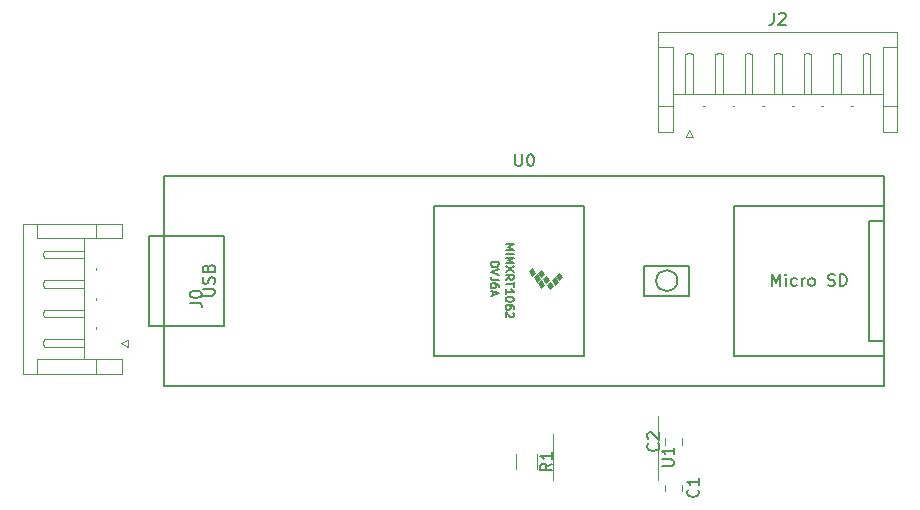
<source format=gbr>
%TF.GenerationSoftware,KiCad,Pcbnew,(5.1.9)-1*%
%TF.CreationDate,2021-08-18T22:51:30+10:00*%
%TF.ProjectId,RedPyKeeb_MCU,52656450-794b-4656-9562-5f4d43552e6b,rev?*%
%TF.SameCoordinates,Original*%
%TF.FileFunction,Legend,Top*%
%TF.FilePolarity,Positive*%
%FSLAX46Y46*%
G04 Gerber Fmt 4.6, Leading zero omitted, Abs format (unit mm)*
G04 Created by KiCad (PCBNEW (5.1.9)-1) date 2021-08-18 22:51:30*
%MOMM*%
%LPD*%
G01*
G04 APERTURE LIST*
%ADD10C,0.120000*%
%ADD11C,0.100000*%
%ADD12C,0.150000*%
G04 APERTURE END LIST*
D10*
%TO.C,R1*%
X64583200Y-59924400D02*
X64583200Y-61124400D01*
X62823200Y-61124400D02*
X62823200Y-59924400D01*
%TO.C,U1*%
X65973800Y-60147200D02*
X65973800Y-62097200D01*
X65973800Y-60147200D02*
X65973800Y-58197200D01*
X74843800Y-60147200D02*
X74843800Y-62097200D01*
X74843800Y-60147200D02*
X74843800Y-56697200D01*
%TO.C,J2*%
X77770000Y-33088000D02*
X77470000Y-32488000D01*
X77170000Y-33088000D02*
X77770000Y-33088000D01*
X77470000Y-32488000D02*
X77170000Y-33088000D01*
X92790000Y-29398000D02*
X92470000Y-29398000D01*
X92790000Y-25978000D02*
X92790000Y-29398000D01*
X92470000Y-25898000D02*
X92790000Y-25978000D01*
X92150000Y-25978000D02*
X92470000Y-25898000D01*
X92150000Y-29398000D02*
X92150000Y-25978000D01*
X92470000Y-29398000D02*
X92150000Y-29398000D01*
X91140000Y-30398000D02*
X91300000Y-30398000D01*
X90290000Y-29398000D02*
X89970000Y-29398000D01*
X90290000Y-25978000D02*
X90290000Y-29398000D01*
X89970000Y-25898000D02*
X90290000Y-25978000D01*
X89650000Y-25978000D02*
X89970000Y-25898000D01*
X89650000Y-29398000D02*
X89650000Y-25978000D01*
X89970000Y-29398000D02*
X89650000Y-29398000D01*
X88640000Y-30398000D02*
X88800000Y-30398000D01*
X87790000Y-29398000D02*
X87470000Y-29398000D01*
X87790000Y-25978000D02*
X87790000Y-29398000D01*
X87470000Y-25898000D02*
X87790000Y-25978000D01*
X87150000Y-25978000D02*
X87470000Y-25898000D01*
X87150000Y-29398000D02*
X87150000Y-25978000D01*
X87470000Y-29398000D02*
X87150000Y-29398000D01*
X86140000Y-30398000D02*
X86300000Y-30398000D01*
X85290000Y-29398000D02*
X84970000Y-29398000D01*
X85290000Y-25978000D02*
X85290000Y-29398000D01*
X84970000Y-25898000D02*
X85290000Y-25978000D01*
X84650000Y-25978000D02*
X84970000Y-25898000D01*
X84650000Y-29398000D02*
X84650000Y-25978000D01*
X84970000Y-29398000D02*
X84650000Y-29398000D01*
X83640000Y-30398000D02*
X83800000Y-30398000D01*
X82790000Y-29398000D02*
X82470000Y-29398000D01*
X82790000Y-25978000D02*
X82790000Y-29398000D01*
X82470000Y-25898000D02*
X82790000Y-25978000D01*
X82150000Y-25978000D02*
X82470000Y-25898000D01*
X82150000Y-29398000D02*
X82150000Y-25978000D01*
X82470000Y-29398000D02*
X82150000Y-29398000D01*
X81140000Y-30398000D02*
X81300000Y-30398000D01*
X80290000Y-29398000D02*
X79970000Y-29398000D01*
X80290000Y-25978000D02*
X80290000Y-29398000D01*
X79970000Y-25898000D02*
X80290000Y-25978000D01*
X79650000Y-25978000D02*
X79970000Y-25898000D01*
X79650000Y-29398000D02*
X79650000Y-25978000D01*
X79970000Y-29398000D02*
X79650000Y-29398000D01*
X78640000Y-30398000D02*
X78800000Y-30398000D01*
X77790000Y-29398000D02*
X77470000Y-29398000D01*
X77790000Y-25978000D02*
X77790000Y-29398000D01*
X77470000Y-25898000D02*
X77790000Y-25978000D01*
X77150000Y-25978000D02*
X77470000Y-25898000D01*
X77150000Y-29398000D02*
X77150000Y-25978000D01*
X77470000Y-29398000D02*
X77150000Y-29398000D01*
X76080000Y-29398000D02*
X93860000Y-29398000D01*
X93860000Y-30398000D02*
X95080000Y-30398000D01*
X93860000Y-25398000D02*
X93860000Y-30398000D01*
X95080000Y-25398000D02*
X93860000Y-25398000D01*
X76080000Y-30398000D02*
X74860000Y-30398000D01*
X76080000Y-25398000D02*
X76080000Y-30398000D01*
X74860000Y-25398000D02*
X76080000Y-25398000D01*
X93860000Y-32598000D02*
X93860000Y-30398000D01*
X95080000Y-32598000D02*
X93860000Y-32598000D01*
X95080000Y-24178000D02*
X95080000Y-32598000D01*
X74860000Y-24178000D02*
X95080000Y-24178000D01*
X74860000Y-32598000D02*
X74860000Y-24178000D01*
X76080000Y-32598000D02*
X74860000Y-32598000D01*
X76080000Y-30398000D02*
X76080000Y-32598000D01*
%TO.C,J0*%
X29938400Y-50195200D02*
X29338400Y-50495200D01*
X29938400Y-50795200D02*
X29938400Y-50195200D01*
X29338400Y-50495200D02*
X29938400Y-50795200D01*
X26248400Y-42675200D02*
X26248400Y-42995200D01*
X22828400Y-42675200D02*
X26248400Y-42675200D01*
X22748400Y-42995200D02*
X22828400Y-42675200D01*
X22828400Y-43315200D02*
X22748400Y-42995200D01*
X26248400Y-43315200D02*
X22828400Y-43315200D01*
X26248400Y-42995200D02*
X26248400Y-43315200D01*
X27248400Y-44325200D02*
X27248400Y-44165200D01*
X26248400Y-45175200D02*
X26248400Y-45495200D01*
X22828400Y-45175200D02*
X26248400Y-45175200D01*
X22748400Y-45495200D02*
X22828400Y-45175200D01*
X22828400Y-45815200D02*
X22748400Y-45495200D01*
X26248400Y-45815200D02*
X22828400Y-45815200D01*
X26248400Y-45495200D02*
X26248400Y-45815200D01*
X27248400Y-46825200D02*
X27248400Y-46665200D01*
X26248400Y-47675200D02*
X26248400Y-47995200D01*
X22828400Y-47675200D02*
X26248400Y-47675200D01*
X22748400Y-47995200D02*
X22828400Y-47675200D01*
X22828400Y-48315200D02*
X22748400Y-47995200D01*
X26248400Y-48315200D02*
X22828400Y-48315200D01*
X26248400Y-47995200D02*
X26248400Y-48315200D01*
X27248400Y-49325200D02*
X27248400Y-49165200D01*
X26248400Y-50175200D02*
X26248400Y-50495200D01*
X22828400Y-50175200D02*
X26248400Y-50175200D01*
X22748400Y-50495200D02*
X22828400Y-50175200D01*
X22828400Y-50815200D02*
X22748400Y-50495200D01*
X26248400Y-50815200D02*
X22828400Y-50815200D01*
X26248400Y-50495200D02*
X26248400Y-50815200D01*
X26248400Y-51885200D02*
X26248400Y-41605200D01*
X27248400Y-41605200D02*
X27248400Y-40385200D01*
X22248400Y-41605200D02*
X27248400Y-41605200D01*
X22248400Y-40385200D02*
X22248400Y-41605200D01*
X27248400Y-51885200D02*
X27248400Y-53105200D01*
X22248400Y-51885200D02*
X27248400Y-51885200D01*
X22248400Y-53105200D02*
X22248400Y-51885200D01*
X29448400Y-41605200D02*
X27248400Y-41605200D01*
X29448400Y-40385200D02*
X29448400Y-41605200D01*
X21028400Y-40385200D02*
X29448400Y-40385200D01*
X21028400Y-53105200D02*
X21028400Y-40385200D01*
X29448400Y-53105200D02*
X21028400Y-53105200D01*
X29448400Y-51885200D02*
X29448400Y-53105200D01*
X27248400Y-51885200D02*
X29448400Y-51885200D01*
%TO.C,C1*%
X76884200Y-62476748D02*
X76884200Y-62999252D01*
X75414200Y-62476748D02*
X75414200Y-62999252D01*
%TO.C,C2*%
X76884200Y-59087652D02*
X76884200Y-58565148D01*
X75414200Y-59087652D02*
X75414200Y-58565148D01*
D11*
%TO.C,U0*%
G36*
X66697000Y-44905000D02*
G01*
X66443000Y-45159000D01*
X66189000Y-44778000D01*
X66443000Y-44524000D01*
X66697000Y-44905000D01*
G37*
X66697000Y-44905000D02*
X66443000Y-45159000D01*
X66189000Y-44778000D01*
X66443000Y-44524000D01*
X66697000Y-44905000D01*
G36*
X66316000Y-45286000D02*
G01*
X66062000Y-45540000D01*
X65808000Y-45159000D01*
X66062000Y-44905000D01*
X66316000Y-45286000D01*
G37*
X66316000Y-45286000D02*
X66062000Y-45540000D01*
X65808000Y-45159000D01*
X66062000Y-44905000D01*
X66316000Y-45286000D01*
G36*
X64411000Y-44524000D02*
G01*
X64157000Y-44778000D01*
X63903000Y-44397000D01*
X64157000Y-44143000D01*
X64411000Y-44524000D01*
G37*
X64411000Y-44524000D02*
X64157000Y-44778000D01*
X63903000Y-44397000D01*
X64157000Y-44143000D01*
X64411000Y-44524000D01*
G36*
X64792000Y-45032000D02*
G01*
X64538000Y-45286000D01*
X64284000Y-44905000D01*
X64538000Y-44651000D01*
X64792000Y-45032000D01*
G37*
X64792000Y-45032000D02*
X64538000Y-45286000D01*
X64284000Y-44905000D01*
X64538000Y-44651000D01*
X64792000Y-45032000D01*
G36*
X65173000Y-45540000D02*
G01*
X64919000Y-45794000D01*
X64665000Y-45413000D01*
X64919000Y-45159000D01*
X65173000Y-45540000D01*
G37*
X65173000Y-45540000D02*
X64919000Y-45794000D01*
X64665000Y-45413000D01*
X64919000Y-45159000D01*
X65173000Y-45540000D01*
G36*
X65173000Y-44651000D02*
G01*
X64919000Y-44905000D01*
X64665000Y-44524000D01*
X64919000Y-44270000D01*
X65173000Y-44651000D01*
G37*
X65173000Y-44651000D02*
X64919000Y-44905000D01*
X64665000Y-44524000D01*
X64919000Y-44270000D01*
X65173000Y-44651000D01*
G36*
X65554000Y-45159000D02*
G01*
X65300000Y-45413000D01*
X65046000Y-45032000D01*
X65300000Y-44778000D01*
X65554000Y-45159000D01*
G37*
X65554000Y-45159000D02*
X65300000Y-45413000D01*
X65046000Y-45032000D01*
X65300000Y-44778000D01*
X65554000Y-45159000D01*
G36*
X65935000Y-45667000D02*
G01*
X65681000Y-45921000D01*
X65427000Y-45540000D01*
X65681000Y-45286000D01*
X65935000Y-45667000D01*
G37*
X65935000Y-45667000D02*
X65681000Y-45921000D01*
X65427000Y-45540000D01*
X65681000Y-45286000D01*
X65935000Y-45667000D01*
D12*
X33020000Y-54102000D02*
X33020000Y-36322000D01*
X93980000Y-54102000D02*
X33020000Y-54102000D01*
X93980000Y-36322000D02*
X93980000Y-54102000D01*
X33020000Y-36322000D02*
X93980000Y-36322000D01*
X38100000Y-49022000D02*
X33020000Y-49022000D01*
X38100000Y-41402000D02*
X33020000Y-41402000D01*
X38100000Y-49022000D02*
X38100000Y-41402000D01*
X31750000Y-41402000D02*
X33020000Y-41402000D01*
X31750000Y-49022000D02*
X31750000Y-41402000D01*
X33020000Y-49022000D02*
X31750000Y-49022000D01*
X93980000Y-38862000D02*
X81280000Y-38862000D01*
X81280000Y-38862000D02*
X81280000Y-51562000D01*
X81280000Y-51562000D02*
X93980000Y-51562000D01*
X93980000Y-40132000D02*
X92710000Y-40132000D01*
X92710000Y-40132000D02*
X92710000Y-50292000D01*
X92710000Y-50292000D02*
X93980000Y-50292000D01*
X77470000Y-43942000D02*
X77470000Y-46482000D01*
X77470000Y-46482000D02*
X73660000Y-46482000D01*
X73660000Y-46482000D02*
X73660000Y-43942000D01*
X73660000Y-43942000D02*
X77470000Y-43942000D01*
X55880000Y-51562000D02*
X68580000Y-51562000D01*
X68580000Y-51562000D02*
X68580000Y-38862000D01*
X68580000Y-38862000D02*
X55880000Y-38862000D01*
X55880000Y-38862000D02*
X55880000Y-51562000D01*
X76463026Y-45212000D02*
G75*
G03*
X76463026Y-45212000I-898026J0D01*
G01*
%TO.C,R1*%
X65855580Y-60691066D02*
X65379390Y-61024400D01*
X65855580Y-61262495D02*
X64855580Y-61262495D01*
X64855580Y-60881542D01*
X64903200Y-60786304D01*
X64950819Y-60738685D01*
X65046057Y-60691066D01*
X65188914Y-60691066D01*
X65284152Y-60738685D01*
X65331771Y-60786304D01*
X65379390Y-60881542D01*
X65379390Y-61262495D01*
X65855580Y-59738685D02*
X65855580Y-60310114D01*
X65855580Y-60024400D02*
X64855580Y-60024400D01*
X64998438Y-60119638D01*
X65093676Y-60214876D01*
X65141295Y-60310114D01*
%TO.C,U1*%
X75141180Y-60909104D02*
X75950704Y-60909104D01*
X76045942Y-60861485D01*
X76093561Y-60813866D01*
X76141180Y-60718628D01*
X76141180Y-60528152D01*
X76093561Y-60432914D01*
X76045942Y-60385295D01*
X75950704Y-60337676D01*
X75141180Y-60337676D01*
X76141180Y-59337676D02*
X76141180Y-59909104D01*
X76141180Y-59623390D02*
X75141180Y-59623390D01*
X75284038Y-59718628D01*
X75379276Y-59813866D01*
X75426895Y-59909104D01*
%TO.C,J2*%
X84636666Y-22540380D02*
X84636666Y-23254666D01*
X84589047Y-23397523D01*
X84493809Y-23492761D01*
X84350952Y-23540380D01*
X84255714Y-23540380D01*
X85065238Y-22635619D02*
X85112857Y-22588000D01*
X85208095Y-22540380D01*
X85446190Y-22540380D01*
X85541428Y-22588000D01*
X85589047Y-22635619D01*
X85636666Y-22730857D01*
X85636666Y-22826095D01*
X85589047Y-22968952D01*
X85017619Y-23540380D01*
X85636666Y-23540380D01*
%TO.C,J0*%
X35190780Y-47078533D02*
X35905066Y-47078533D01*
X36047923Y-47126152D01*
X36143161Y-47221390D01*
X36190780Y-47364247D01*
X36190780Y-47459485D01*
X35190780Y-46411866D02*
X35190780Y-46316628D01*
X35238400Y-46221390D01*
X35286019Y-46173771D01*
X35381257Y-46126152D01*
X35571733Y-46078533D01*
X35809828Y-46078533D01*
X36000304Y-46126152D01*
X36095542Y-46173771D01*
X36143161Y-46221390D01*
X36190780Y-46316628D01*
X36190780Y-46411866D01*
X36143161Y-46507104D01*
X36095542Y-46554723D01*
X36000304Y-46602342D01*
X35809828Y-46649961D01*
X35571733Y-46649961D01*
X35381257Y-46602342D01*
X35286019Y-46554723D01*
X35238400Y-46507104D01*
X35190780Y-46411866D01*
%TO.C,C1*%
X78186342Y-62904666D02*
X78233961Y-62952285D01*
X78281580Y-63095142D01*
X78281580Y-63190380D01*
X78233961Y-63333238D01*
X78138723Y-63428476D01*
X78043485Y-63476095D01*
X77853009Y-63523714D01*
X77710152Y-63523714D01*
X77519676Y-63476095D01*
X77424438Y-63428476D01*
X77329200Y-63333238D01*
X77281580Y-63190380D01*
X77281580Y-63095142D01*
X77329200Y-62952285D01*
X77376819Y-62904666D01*
X78281580Y-61952285D02*
X78281580Y-62523714D01*
X78281580Y-62238000D02*
X77281580Y-62238000D01*
X77424438Y-62333238D01*
X77519676Y-62428476D01*
X77567295Y-62523714D01*
%TO.C,C2*%
X74826342Y-58993066D02*
X74873961Y-59040685D01*
X74921580Y-59183542D01*
X74921580Y-59278780D01*
X74873961Y-59421638D01*
X74778723Y-59516876D01*
X74683485Y-59564495D01*
X74493009Y-59612114D01*
X74350152Y-59612114D01*
X74159676Y-59564495D01*
X74064438Y-59516876D01*
X73969200Y-59421638D01*
X73921580Y-59278780D01*
X73921580Y-59183542D01*
X73969200Y-59040685D01*
X74016819Y-58993066D01*
X74016819Y-58612114D02*
X73969200Y-58564495D01*
X73921580Y-58469257D01*
X73921580Y-58231161D01*
X73969200Y-58135923D01*
X74016819Y-58088304D01*
X74112057Y-58040685D01*
X74207295Y-58040685D01*
X74350152Y-58088304D01*
X74921580Y-58659733D01*
X74921580Y-58040685D01*
%TO.C,U0*%
X62738095Y-34504380D02*
X62738095Y-35313904D01*
X62785714Y-35409142D01*
X62833333Y-35456761D01*
X62928571Y-35504380D01*
X63119047Y-35504380D01*
X63214285Y-35456761D01*
X63261904Y-35409142D01*
X63309523Y-35313904D01*
X63309523Y-34504380D01*
X63976190Y-34504380D02*
X64071428Y-34504380D01*
X64166666Y-34552000D01*
X64214285Y-34599619D01*
X64261904Y-34694857D01*
X64309523Y-34885333D01*
X64309523Y-35123428D01*
X64261904Y-35313904D01*
X64214285Y-35409142D01*
X64166666Y-35456761D01*
X64071428Y-35504380D01*
X63976190Y-35504380D01*
X63880952Y-35456761D01*
X63833333Y-35409142D01*
X63785714Y-35313904D01*
X63738095Y-35123428D01*
X63738095Y-34885333D01*
X63785714Y-34694857D01*
X63833333Y-34599619D01*
X63880952Y-34552000D01*
X63976190Y-34504380D01*
X60643333Y-43648666D02*
X61343333Y-43648666D01*
X61343333Y-43815333D01*
X61310000Y-43915333D01*
X61243333Y-43982000D01*
X61176666Y-44015333D01*
X61043333Y-44048666D01*
X60943333Y-44048666D01*
X60810000Y-44015333D01*
X60743333Y-43982000D01*
X60676666Y-43915333D01*
X60643333Y-43815333D01*
X60643333Y-43648666D01*
X61343333Y-44248666D02*
X60643333Y-44482000D01*
X61343333Y-44715333D01*
X61343333Y-45148666D02*
X60843333Y-45148666D01*
X60743333Y-45115333D01*
X60676666Y-45048666D01*
X60643333Y-44948666D01*
X60643333Y-44882000D01*
X61343333Y-45782000D02*
X61343333Y-45648666D01*
X61310000Y-45582000D01*
X61276666Y-45548666D01*
X61176666Y-45482000D01*
X61043333Y-45448666D01*
X60776666Y-45448666D01*
X60710000Y-45482000D01*
X60676666Y-45515333D01*
X60643333Y-45582000D01*
X60643333Y-45715333D01*
X60676666Y-45782000D01*
X60710000Y-45815333D01*
X60776666Y-45848666D01*
X60943333Y-45848666D01*
X61010000Y-45815333D01*
X61043333Y-45782000D01*
X61076666Y-45715333D01*
X61076666Y-45582000D01*
X61043333Y-45515333D01*
X61010000Y-45482000D01*
X60943333Y-45448666D01*
X60843333Y-46115333D02*
X60843333Y-46448666D01*
X60643333Y-46048666D02*
X61343333Y-46282000D01*
X60643333Y-46515333D01*
X61913333Y-42128666D02*
X62613333Y-42128666D01*
X62113333Y-42362000D01*
X62613333Y-42595333D01*
X61913333Y-42595333D01*
X61913333Y-42928666D02*
X62613333Y-42928666D01*
X61913333Y-43262000D02*
X62613333Y-43262000D01*
X62113333Y-43495333D01*
X62613333Y-43728666D01*
X61913333Y-43728666D01*
X62613333Y-43995333D02*
X61913333Y-44462000D01*
X62613333Y-44462000D02*
X61913333Y-43995333D01*
X61913333Y-45128666D02*
X62246666Y-44895333D01*
X61913333Y-44728666D02*
X62613333Y-44728666D01*
X62613333Y-44995333D01*
X62580000Y-45062000D01*
X62546666Y-45095333D01*
X62480000Y-45128666D01*
X62380000Y-45128666D01*
X62313333Y-45095333D01*
X62280000Y-45062000D01*
X62246666Y-44995333D01*
X62246666Y-44728666D01*
X62613333Y-45328666D02*
X62613333Y-45728666D01*
X61913333Y-45528666D02*
X62613333Y-45528666D01*
X61913333Y-46328666D02*
X61913333Y-45928666D01*
X61913333Y-46128666D02*
X62613333Y-46128666D01*
X62513333Y-46062000D01*
X62446666Y-45995333D01*
X62413333Y-45928666D01*
X62613333Y-46762000D02*
X62613333Y-46828666D01*
X62580000Y-46895333D01*
X62546666Y-46928666D01*
X62480000Y-46962000D01*
X62346666Y-46995333D01*
X62180000Y-46995333D01*
X62046666Y-46962000D01*
X61980000Y-46928666D01*
X61946666Y-46895333D01*
X61913333Y-46828666D01*
X61913333Y-46762000D01*
X61946666Y-46695333D01*
X61980000Y-46662000D01*
X62046666Y-46628666D01*
X62180000Y-46595333D01*
X62346666Y-46595333D01*
X62480000Y-46628666D01*
X62546666Y-46662000D01*
X62580000Y-46695333D01*
X62613333Y-46762000D01*
X62613333Y-47595333D02*
X62613333Y-47462000D01*
X62580000Y-47395333D01*
X62546666Y-47362000D01*
X62446666Y-47295333D01*
X62313333Y-47262000D01*
X62046666Y-47262000D01*
X61980000Y-47295333D01*
X61946666Y-47328666D01*
X61913333Y-47395333D01*
X61913333Y-47528666D01*
X61946666Y-47595333D01*
X61980000Y-47628666D01*
X62046666Y-47662000D01*
X62213333Y-47662000D01*
X62280000Y-47628666D01*
X62313333Y-47595333D01*
X62346666Y-47528666D01*
X62346666Y-47395333D01*
X62313333Y-47328666D01*
X62280000Y-47295333D01*
X62213333Y-47262000D01*
X62546666Y-47928666D02*
X62580000Y-47962000D01*
X62613333Y-48028666D01*
X62613333Y-48195333D01*
X62580000Y-48262000D01*
X62546666Y-48295333D01*
X62480000Y-48328666D01*
X62413333Y-48328666D01*
X62313333Y-48295333D01*
X61913333Y-47895333D01*
X61913333Y-48328666D01*
X84510952Y-45664380D02*
X84510952Y-44664380D01*
X84844285Y-45378666D01*
X85177619Y-44664380D01*
X85177619Y-45664380D01*
X85653809Y-45664380D02*
X85653809Y-44997714D01*
X85653809Y-44664380D02*
X85606190Y-44712000D01*
X85653809Y-44759619D01*
X85701428Y-44712000D01*
X85653809Y-44664380D01*
X85653809Y-44759619D01*
X86558571Y-45616761D02*
X86463333Y-45664380D01*
X86272857Y-45664380D01*
X86177619Y-45616761D01*
X86130000Y-45569142D01*
X86082380Y-45473904D01*
X86082380Y-45188190D01*
X86130000Y-45092952D01*
X86177619Y-45045333D01*
X86272857Y-44997714D01*
X86463333Y-44997714D01*
X86558571Y-45045333D01*
X86987142Y-45664380D02*
X86987142Y-44997714D01*
X86987142Y-45188190D02*
X87034761Y-45092952D01*
X87082380Y-45045333D01*
X87177619Y-44997714D01*
X87272857Y-44997714D01*
X87749047Y-45664380D02*
X87653809Y-45616761D01*
X87606190Y-45569142D01*
X87558571Y-45473904D01*
X87558571Y-45188190D01*
X87606190Y-45092952D01*
X87653809Y-45045333D01*
X87749047Y-44997714D01*
X87891904Y-44997714D01*
X87987142Y-45045333D01*
X88034761Y-45092952D01*
X88082380Y-45188190D01*
X88082380Y-45473904D01*
X88034761Y-45569142D01*
X87987142Y-45616761D01*
X87891904Y-45664380D01*
X87749047Y-45664380D01*
X89225238Y-45616761D02*
X89368095Y-45664380D01*
X89606190Y-45664380D01*
X89701428Y-45616761D01*
X89749047Y-45569142D01*
X89796666Y-45473904D01*
X89796666Y-45378666D01*
X89749047Y-45283428D01*
X89701428Y-45235809D01*
X89606190Y-45188190D01*
X89415714Y-45140571D01*
X89320476Y-45092952D01*
X89272857Y-45045333D01*
X89225238Y-44950095D01*
X89225238Y-44854857D01*
X89272857Y-44759619D01*
X89320476Y-44712000D01*
X89415714Y-44664380D01*
X89653809Y-44664380D01*
X89796666Y-44712000D01*
X90225238Y-45664380D02*
X90225238Y-44664380D01*
X90463333Y-44664380D01*
X90606190Y-44712000D01*
X90701428Y-44807238D01*
X90749047Y-44902476D01*
X90796666Y-45092952D01*
X90796666Y-45235809D01*
X90749047Y-45426285D01*
X90701428Y-45521523D01*
X90606190Y-45616761D01*
X90463333Y-45664380D01*
X90225238Y-45664380D01*
X36282380Y-46473904D02*
X37091904Y-46473904D01*
X37187142Y-46426285D01*
X37234761Y-46378666D01*
X37282380Y-46283428D01*
X37282380Y-46092952D01*
X37234761Y-45997714D01*
X37187142Y-45950095D01*
X37091904Y-45902476D01*
X36282380Y-45902476D01*
X37234761Y-45473904D02*
X37282380Y-45331047D01*
X37282380Y-45092952D01*
X37234761Y-44997714D01*
X37187142Y-44950095D01*
X37091904Y-44902476D01*
X36996666Y-44902476D01*
X36901428Y-44950095D01*
X36853809Y-44997714D01*
X36806190Y-45092952D01*
X36758571Y-45283428D01*
X36710952Y-45378666D01*
X36663333Y-45426285D01*
X36568095Y-45473904D01*
X36472857Y-45473904D01*
X36377619Y-45426285D01*
X36330000Y-45378666D01*
X36282380Y-45283428D01*
X36282380Y-45045333D01*
X36330000Y-44902476D01*
X36758571Y-44140571D02*
X36806190Y-43997714D01*
X36853809Y-43950095D01*
X36949047Y-43902476D01*
X37091904Y-43902476D01*
X37187142Y-43950095D01*
X37234761Y-43997714D01*
X37282380Y-44092952D01*
X37282380Y-44473904D01*
X36282380Y-44473904D01*
X36282380Y-44140571D01*
X36330000Y-44045333D01*
X36377619Y-43997714D01*
X36472857Y-43950095D01*
X36568095Y-43950095D01*
X36663333Y-43997714D01*
X36710952Y-44045333D01*
X36758571Y-44140571D01*
X36758571Y-44473904D01*
%TD*%
M02*

</source>
